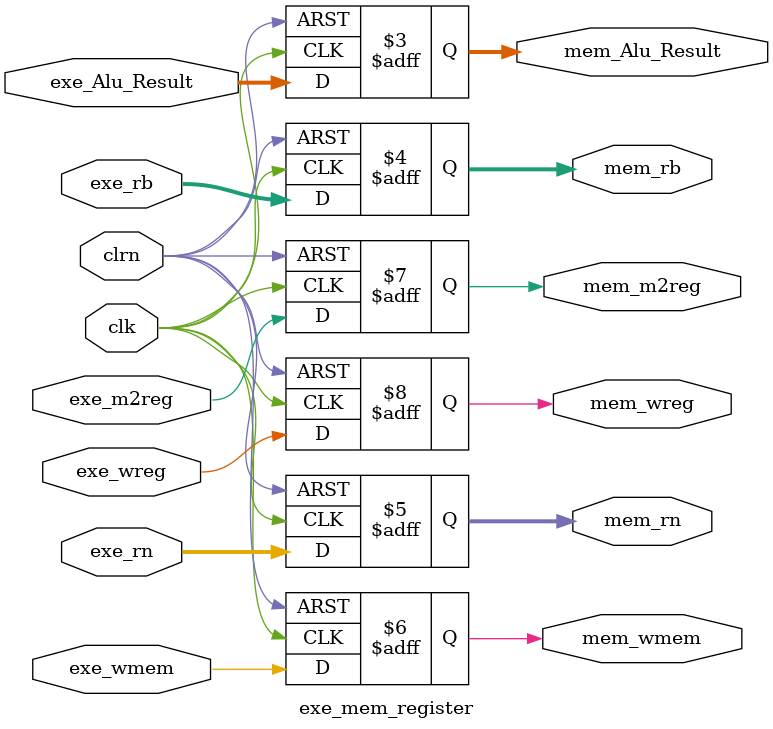
<source format=v>
`timescale 1ns / 1ps
module exe_mem_register(exe_Alu_Result,exe_rb,exe_wmem,exe_m2reg,exe_wreg
,exe_rn,clk,clrn,mem_Alu_Result,mem_rb,mem_wmem,mem_m2reg,mem_wreg,mem_rn
    );
input [31:0] exe_Alu_Result,exe_rb;
input [4:0] exe_rn;
input exe_wmem,exe_m2reg,exe_wreg;
input clrn,clk;
output [31:0] mem_Alu_Result,mem_rb;
output [4:0] mem_rn;
output mem_wmem,mem_m2reg,mem_wreg;
reg [31:0] mem_Alu_Result,mem_rb;
reg [4:0]mem_rn;
reg mem_wmem,mem_m2reg,mem_wreg;
always @(posedge clk or negedge clrn)
		 if(clrn == 0)
			 begin
				 mem_Alu_Result<=0;
				 mem_rb<=0;
				 mem_rn<=0;
				 mem_wmem<=0;
				 mem_m2reg<=0;
				 mem_wreg<=0;
			 end
		 else
			begin
			    mem_Alu_Result<=exe_Alu_Result;
				 mem_rb<=exe_rb;
				 mem_rn<=exe_rn;
				 mem_wmem<=exe_wmem;
				 mem_m2reg<=exe_m2reg;
				 mem_wreg<=exe_wreg;
			end
endmodule
</source>
